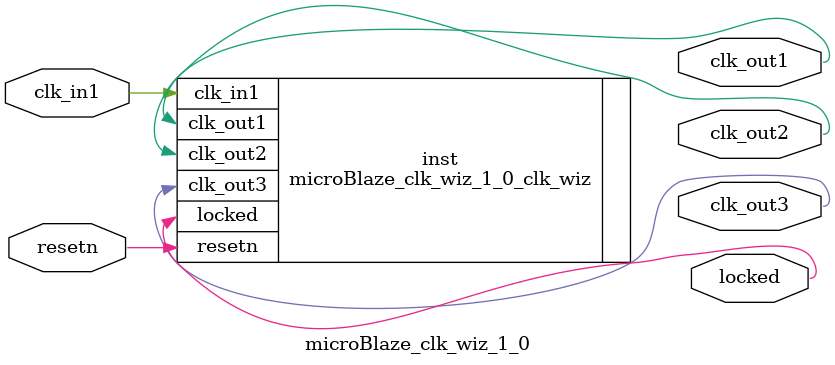
<source format=v>


`timescale 1ps/1ps

(* CORE_GENERATION_INFO = "microBlaze_clk_wiz_1_0,clk_wiz_v6_0_3_0_0,{component_name=microBlaze_clk_wiz_1_0,use_phase_alignment=true,use_min_o_jitter=false,use_max_i_jitter=false,use_dyn_phase_shift=false,use_inclk_switchover=false,use_dyn_reconfig=false,enable_axi=0,feedback_source=FDBK_AUTO,PRIMITIVE=MMCM,num_out_clk=3,clkin1_period=10.000,clkin2_period=10.000,use_power_down=false,use_reset=true,use_locked=true,use_inclk_stopped=false,feedback_type=SINGLE,CLOCK_MGR_TYPE=NA,manual_override=false}" *)

module microBlaze_clk_wiz_1_0 
 (
  // Clock out ports
  output        clk_out1,
  output        clk_out2,
  output        clk_out3,
  // Status and control signals
  input         resetn,
  output        locked,
 // Clock in ports
  input         clk_in1
 );

  microBlaze_clk_wiz_1_0_clk_wiz inst
  (
  // Clock out ports  
  .clk_out1(clk_out1),
  .clk_out2(clk_out2),
  .clk_out3(clk_out3),
  // Status and control signals               
  .resetn(resetn), 
  .locked(locked),
 // Clock in ports
  .clk_in1(clk_in1)
  );

endmodule

</source>
